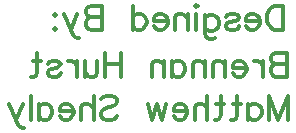
<source format=gbr>
G04 DipTrace 3.3.1.3*
G04 BottomSilk.gbr*
%MOIN*%
G04 #@! TF.FileFunction,Legend,Bot*
G04 #@! TF.Part,Single*
%ADD66C,0.012351*%
%FSLAX26Y26*%
G04*
G70*
G90*
G75*
G01*
G04 BotSilk*
%LPD*%
X2807069Y2324286D2*
D66*
Y2243902D1*
X2780274D1*
X2768778Y2247793D1*
X2761085Y2255398D1*
X2757282Y2263092D1*
X2753480Y2274499D1*
Y2293689D1*
X2757282Y2305185D1*
X2761085Y2312790D1*
X2768778Y2320483D1*
X2780274Y2324286D1*
X2807069D1*
X2728777Y2274499D2*
X2682881D1*
Y2282193D1*
X2686684Y2289886D1*
X2690486Y2293689D1*
X2698180Y2297491D1*
X2709676D1*
X2717281Y2293689D1*
X2724974Y2285995D1*
X2728777Y2274499D1*
Y2266894D1*
X2724974Y2255398D1*
X2717281Y2247793D1*
X2709676Y2243902D1*
X2698180D1*
X2690486Y2247793D1*
X2682881Y2255398D1*
X2616085Y2285995D2*
X2619888Y2293689D1*
X2631384Y2297491D1*
X2642880D1*
X2654376Y2293689D1*
X2658178Y2285995D1*
X2654376Y2278390D1*
X2646682Y2274499D1*
X2627581Y2270697D1*
X2619888Y2266894D1*
X2616085Y2259201D1*
Y2255398D1*
X2619888Y2247793D1*
X2631384Y2243902D1*
X2642880D1*
X2654376Y2247793D1*
X2658178Y2255398D1*
X2545487Y2293689D2*
Y2232406D1*
X2549289Y2220998D1*
X2553092Y2217107D1*
X2560785Y2213305D1*
X2572281D1*
X2579886Y2217107D1*
X2545487Y2282193D2*
X2553092Y2289798D1*
X2560785Y2293689D1*
X2572281D1*
X2579886Y2289798D1*
X2587580Y2282193D1*
X2591382Y2270697D1*
Y2263003D1*
X2587580Y2251596D1*
X2579886Y2243902D1*
X2572281Y2240099D1*
X2560785D1*
X2553092Y2243902D1*
X2545487Y2251596D1*
X2520784Y2324286D2*
X2516981Y2320483D1*
X2513090Y2324286D1*
X2516981Y2328177D1*
X2520784Y2324286D1*
X2516981Y2297491D2*
Y2243902D1*
X2488387Y2297491D2*
Y2243902D1*
Y2282193D2*
X2476891Y2293689D1*
X2469198Y2297491D1*
X2457790D1*
X2450097Y2293689D1*
X2446294Y2282193D1*
Y2243902D1*
X2421591Y2274499D2*
X2375696D1*
Y2282193D1*
X2379498Y2289886D1*
X2383301Y2293689D1*
X2390994Y2297491D1*
X2402490D1*
X2410095Y2293689D1*
X2417789Y2285995D1*
X2421591Y2274499D1*
Y2266894D1*
X2417789Y2255398D1*
X2410095Y2247793D1*
X2402490Y2243902D1*
X2390994D1*
X2383301Y2247793D1*
X2375696Y2255398D1*
X2305097Y2324286D2*
Y2243902D1*
Y2285995D2*
X2312702Y2293689D1*
X2320396Y2297491D1*
X2331892D1*
X2339497Y2293689D1*
X2347190Y2285995D1*
X2350993Y2274499D1*
Y2266894D1*
X2347190Y2255398D1*
X2339497Y2247793D1*
X2331892Y2243902D1*
X2320396D1*
X2312702Y2247793D1*
X2305097Y2255398D1*
X2202633Y2324286D2*
Y2243902D1*
X2168144D1*
X2156648Y2247793D1*
X2152846Y2251596D1*
X2149043Y2259201D1*
Y2270697D1*
X2152846Y2278390D1*
X2156648Y2282193D1*
X2168144Y2285995D1*
X2156648Y2289886D1*
X2152846Y2293689D1*
X2149043Y2301294D1*
Y2308987D1*
X2152846Y2316593D1*
X2156648Y2320483D1*
X2168144Y2324286D1*
X2202633D1*
Y2285995D2*
X2168144D1*
X2120449Y2297491D2*
X2097546Y2243902D1*
X2105151Y2228603D1*
X2112844Y2220910D1*
X2120449Y2217107D1*
X2124340D1*
X2074554Y2297491D2*
X2097546Y2243902D1*
X2045960Y2297491D2*
X2049851Y2293600D1*
X2045960Y2289798D1*
X2042157Y2293600D1*
X2045960Y2297491D1*
Y2251596D2*
X2049851Y2247705D1*
X2045960Y2243902D1*
X2042157Y2247705D1*
X2045960Y2251596D1*
X2818055Y2168037D2*
Y2087653D1*
X2783567D1*
X2772071Y2091544D1*
X2768268Y2095346D1*
X2764465Y2102951D1*
Y2114447D1*
X2768268Y2122141D1*
X2772071Y2125943D1*
X2783567Y2129746D1*
X2772071Y2133637D1*
X2768268Y2137439D1*
X2764465Y2145045D1*
Y2152738D1*
X2768268Y2160343D1*
X2772071Y2164234D1*
X2783567Y2168037D1*
X2818055D1*
Y2129746D2*
X2783567D1*
X2739763Y2141242D2*
Y2087653D1*
Y2118250D2*
X2735872Y2129746D1*
X2728267Y2137439D1*
X2720573Y2141242D1*
X2709077D1*
X2684374Y2118250D2*
X2638478D1*
Y2125943D1*
X2642281Y2133637D1*
X2646084Y2137439D1*
X2653777Y2141242D1*
X2665273D1*
X2672878Y2137439D1*
X2680572Y2129746D1*
X2684374Y2118250D1*
Y2110645D1*
X2680572Y2099149D1*
X2672878Y2091544D1*
X2665273Y2087653D1*
X2653777D1*
X2646084Y2091544D1*
X2638478Y2099149D1*
X2613776Y2141242D2*
Y2087653D1*
Y2125943D2*
X2602280Y2137439D1*
X2594586Y2141242D1*
X2583178D1*
X2575485Y2137439D1*
X2571682Y2125943D1*
Y2087653D1*
X2546980Y2141242D2*
Y2087653D1*
Y2125943D2*
X2535483Y2137439D1*
X2527790Y2141242D1*
X2516382D1*
X2508689Y2137439D1*
X2504886Y2125943D1*
Y2087653D1*
X2434288Y2141242D2*
Y2087653D1*
Y2129746D2*
X2441893Y2137439D1*
X2449586Y2141242D1*
X2460994D1*
X2468687Y2137439D1*
X2476293Y2129746D1*
X2480183Y2118250D1*
Y2110645D1*
X2476293Y2099149D1*
X2468687Y2091544D1*
X2460994Y2087653D1*
X2449586D1*
X2441893Y2091544D1*
X2434288Y2099149D1*
X2409585Y2141242D2*
Y2087653D1*
Y2125943D2*
X2398089Y2137439D1*
X2390395Y2141242D1*
X2378988D1*
X2371294Y2137439D1*
X2367492Y2125943D1*
Y2087653D1*
X2265027Y2168037D2*
Y2087653D1*
X2211438Y2168037D2*
Y2087653D1*
X2265027Y2129746D2*
X2211438D1*
X2186735Y2141242D2*
Y2102951D1*
X2182933Y2091544D1*
X2175239Y2087653D1*
X2163743D1*
X2156138Y2091544D1*
X2144642Y2102951D1*
Y2141242D2*
Y2087653D1*
X2119939Y2141242D2*
Y2087653D1*
Y2118250D2*
X2116048Y2129746D1*
X2108443Y2137439D1*
X2100749Y2141242D1*
X2089253D1*
X2022457Y2129746D2*
X2026260Y2137439D1*
X2037756Y2141242D1*
X2049252D1*
X2060748Y2137439D1*
X2064551Y2129746D1*
X2060748Y2122141D1*
X2053055Y2118250D1*
X2033953Y2114447D1*
X2026260Y2110645D1*
X2022457Y2102951D1*
Y2099149D1*
X2026260Y2091544D1*
X2037756Y2087653D1*
X2049252D1*
X2060748Y2091544D1*
X2064551Y2099149D1*
X1986258Y2168037D2*
Y2102951D1*
X1982456Y2091544D1*
X1974762Y2087653D1*
X1967157D1*
X1997755Y2141242D2*
X1970960D1*
X2759887Y1943902D2*
Y2024286D1*
X2790484Y1943902D1*
X2821082Y2024286D1*
Y1943902D1*
X2689289Y1997491D2*
Y1943902D1*
Y1985995D2*
X2696894Y1993689D1*
X2704587Y1997491D1*
X2715995D1*
X2723688Y1993689D1*
X2731293Y1985995D1*
X2735184Y1974499D1*
Y1966894D1*
X2731293Y1955398D1*
X2723688Y1947793D1*
X2715995Y1943902D1*
X2704587D1*
X2696894Y1947793D1*
X2689289Y1955398D1*
X2653090Y2024286D2*
Y1959201D1*
X2649287Y1947793D1*
X2641594Y1943902D1*
X2633989D1*
X2664586Y1997491D2*
X2637791D1*
X2597790Y2024286D2*
Y1959201D1*
X2593987Y1947793D1*
X2586294Y1943902D1*
X2578689D1*
X2609286Y1997491D2*
X2582491D1*
X2553986Y2024286D2*
Y1943902D1*
Y1982193D2*
X2542490Y1993689D1*
X2534796Y1997491D1*
X2523300D1*
X2515695Y1993689D1*
X2511893Y1982193D1*
Y1943902D1*
X2487190Y1974499D2*
X2441294D1*
Y1982193D1*
X2445096Y1989886D1*
X2448899Y1993689D1*
X2456593Y1997491D1*
X2468089D1*
X2475694Y1993689D1*
X2483387Y1985995D1*
X2487190Y1974499D1*
Y1966894D1*
X2483387Y1955398D1*
X2475694Y1947793D1*
X2468089Y1943902D1*
X2456593D1*
X2448899Y1947793D1*
X2441294Y1955398D1*
X2416591Y1997491D2*
X2401293Y1943902D1*
X2385994Y1997491D1*
X2370695Y1943902D1*
X2355397Y1997491D1*
X2199343Y2012790D2*
X2206948Y2020483D1*
X2218444Y2024286D1*
X2233743D1*
X2245239Y2020483D1*
X2252932Y2012790D1*
Y2005185D1*
X2249041Y1997491D1*
X2245239Y1993689D1*
X2237634Y1989886D1*
X2214642Y1982193D1*
X2206948Y1978390D1*
X2203146Y1974499D1*
X2199343Y1966894D1*
Y1955398D1*
X2206948Y1947793D1*
X2218444Y1943902D1*
X2233743D1*
X2245239Y1947793D1*
X2252932Y1955398D1*
X2174640Y2024286D2*
Y1943902D1*
Y1982193D2*
X2163144Y1993689D1*
X2155451Y1997491D1*
X2143955D1*
X2136349Y1993689D1*
X2132547Y1982193D1*
Y1943902D1*
X2107844Y1974499D2*
X2061948D1*
Y1982193D1*
X2065751Y1989886D1*
X2069553Y1993689D1*
X2077247Y1997491D1*
X2088743D1*
X2096348Y1993689D1*
X2104042Y1985995D1*
X2107844Y1974499D1*
Y1966894D1*
X2104042Y1955398D1*
X2096348Y1947793D1*
X2088743Y1943902D1*
X2077247D1*
X2069553Y1947793D1*
X2061948Y1955398D1*
X1991350Y1997491D2*
Y1943902D1*
Y1985995D2*
X1998955Y1993689D1*
X2006648Y1997491D1*
X2018056D1*
X2025749Y1993689D1*
X2033355Y1985995D1*
X2037246Y1974499D1*
Y1966894D1*
X2033355Y1955398D1*
X2025749Y1947793D1*
X2018056Y1943902D1*
X2006648D1*
X1998955Y1947793D1*
X1991350Y1955398D1*
X1966647Y2024286D2*
Y1943902D1*
X1938053Y1997491D2*
X1915149Y1943902D1*
X1922755Y1928603D1*
X1930448Y1920910D1*
X1938053Y1917107D1*
X1941944D1*
X1892157Y1997491D2*
X1915149Y1943902D1*
M02*

</source>
